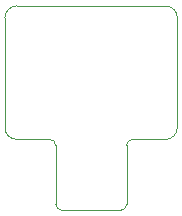
<source format=gbr>
%TF.GenerationSoftware,KiCad,Pcbnew,8.99.0-unknown-079855af18~181~ubuntu22.04.1*%
%TF.CreationDate,2024-11-15T17:57:24-08:00*%
%TF.ProjectId,gb_video_breakout,67625f76-6964-4656-9f5f-627265616b6f,rev?*%
%TF.SameCoordinates,Original*%
%TF.FileFunction,Profile,NP*%
%FSLAX46Y46*%
G04 Gerber Fmt 4.6, Leading zero omitted, Abs format (unit mm)*
G04 Created by KiCad (PCBNEW 8.99.0-unknown-079855af18~181~ubuntu22.04.1) date 2024-11-15 17:57:24*
%MOMM*%
%LPD*%
G01*
G04 APERTURE LIST*
%TA.AperFunction,Profile*%
%ADD10C,0.100000*%
%TD*%
G04 APERTURE END LIST*
D10*
X138200000Y-79700000D02*
X150800000Y-79700000D01*
X137200000Y-80700000D02*
G75*
G02*
X138200000Y-79700000I1000000J0D01*
G01*
X150800000Y-79700000D02*
G75*
G02*
X151800000Y-80700000I0J-1000000D01*
G01*
X138200000Y-91000000D02*
G75*
G02*
X137200000Y-90000000I0J1000000D01*
G01*
X151800000Y-90000000D02*
G75*
G02*
X150800000Y-91000000I-1000000J0D01*
G01*
X137200000Y-90000000D02*
X137200000Y-80700000D01*
X151800000Y-90000000D02*
X151800000Y-80700000D01*
X138200000Y-91000000D02*
X141000000Y-91000000D01*
X148000000Y-91000000D02*
X150800000Y-91000000D01*
X142000000Y-97000000D02*
G75*
G02*
X141500000Y-96500000I0J500000D01*
G01*
X142000000Y-97000000D02*
X147000000Y-97000000D01*
X141000000Y-91000000D02*
G75*
G02*
X141500000Y-91500000I0J-500000D01*
G01*
X147500000Y-96500000D02*
X147500000Y-91500000D01*
X147500000Y-96500000D02*
G75*
G02*
X147000000Y-97000000I-500000J0D01*
G01*
X141500000Y-96500000D02*
X141500000Y-91500000D01*
X147500000Y-91500000D02*
G75*
G02*
X148000000Y-91000000I500000J0D01*
G01*
M02*

</source>
